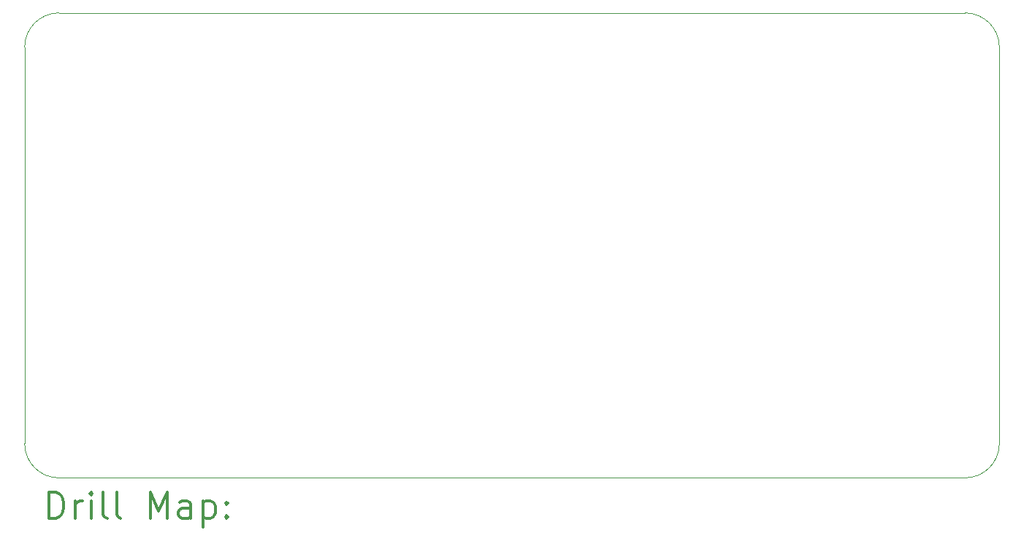
<source format=gbr>
%FSLAX45Y45*%
G04 Gerber Fmt 4.5, Leading zero omitted, Abs format (unit mm)*
G04 Created by KiCad (PCBNEW (5.1.7-0-10_14)) date 2020-11-02 10:01:42*
%MOMM*%
%LPD*%
G01*
G04 APERTURE LIST*
%TA.AperFunction,Profile*%
%ADD10C,0.050000*%
%TD*%
%ADD11C,0.200000*%
%ADD12C,0.300000*%
G04 APERTURE END LIST*
D10*
X7850000Y-3700000D02*
G75*
G02*
X8250000Y-3300000I400000J0D01*
G01*
X8250000Y-8700000D02*
G75*
G02*
X7850000Y-8300000I0J400000D01*
G01*
X19150000Y-8300000D02*
G75*
G02*
X18750000Y-8700000I-400000J0D01*
G01*
X18750000Y-3300000D02*
G75*
G02*
X19150000Y-3700000I0J-400000D01*
G01*
X7850000Y-3700000D02*
X7850000Y-8300000D01*
X18750000Y-8700000D02*
X8250000Y-8700000D01*
X19150000Y-3700000D02*
X19150000Y-8300000D01*
X8250000Y-3300000D02*
X18750000Y-3300000D01*
D11*
D12*
X8133928Y-9168214D02*
X8133928Y-8868214D01*
X8205357Y-8868214D01*
X8248214Y-8882500D01*
X8276786Y-8911072D01*
X8291071Y-8939643D01*
X8305357Y-8996786D01*
X8305357Y-9039643D01*
X8291071Y-9096786D01*
X8276786Y-9125357D01*
X8248214Y-9153929D01*
X8205357Y-9168214D01*
X8133928Y-9168214D01*
X8433928Y-9168214D02*
X8433928Y-8968214D01*
X8433928Y-9025357D02*
X8448214Y-8996786D01*
X8462500Y-8982500D01*
X8491071Y-8968214D01*
X8519643Y-8968214D01*
X8619643Y-9168214D02*
X8619643Y-8968214D01*
X8619643Y-8868214D02*
X8605357Y-8882500D01*
X8619643Y-8896786D01*
X8633928Y-8882500D01*
X8619643Y-8868214D01*
X8619643Y-8896786D01*
X8805357Y-9168214D02*
X8776786Y-9153929D01*
X8762500Y-9125357D01*
X8762500Y-8868214D01*
X8962500Y-9168214D02*
X8933928Y-9153929D01*
X8919643Y-9125357D01*
X8919643Y-8868214D01*
X9305357Y-9168214D02*
X9305357Y-8868214D01*
X9405357Y-9082500D01*
X9505357Y-8868214D01*
X9505357Y-9168214D01*
X9776786Y-9168214D02*
X9776786Y-9011072D01*
X9762500Y-8982500D01*
X9733928Y-8968214D01*
X9676786Y-8968214D01*
X9648214Y-8982500D01*
X9776786Y-9153929D02*
X9748214Y-9168214D01*
X9676786Y-9168214D01*
X9648214Y-9153929D01*
X9633928Y-9125357D01*
X9633928Y-9096786D01*
X9648214Y-9068214D01*
X9676786Y-9053929D01*
X9748214Y-9053929D01*
X9776786Y-9039643D01*
X9919643Y-8968214D02*
X9919643Y-9268214D01*
X9919643Y-8982500D02*
X9948214Y-8968214D01*
X10005357Y-8968214D01*
X10033928Y-8982500D01*
X10048214Y-8996786D01*
X10062500Y-9025357D01*
X10062500Y-9111072D01*
X10048214Y-9139643D01*
X10033928Y-9153929D01*
X10005357Y-9168214D01*
X9948214Y-9168214D01*
X9919643Y-9153929D01*
X10191071Y-9139643D02*
X10205357Y-9153929D01*
X10191071Y-9168214D01*
X10176786Y-9153929D01*
X10191071Y-9139643D01*
X10191071Y-9168214D01*
X10191071Y-8982500D02*
X10205357Y-8996786D01*
X10191071Y-9011072D01*
X10176786Y-8996786D01*
X10191071Y-8982500D01*
X10191071Y-9011072D01*
M02*

</source>
